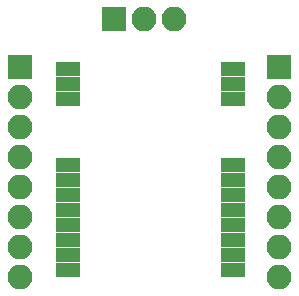
<source format=gts>
G04 #@! TF.GenerationSoftware,KiCad,Pcbnew,(5.0.0)*
G04 #@! TF.CreationDate,2023-02-17T10:20:36+09:00*
G04 #@! TF.ProjectId,EBYTE-E22-SMD,45425954452D4532322D534D442E6B69,rev?*
G04 #@! TF.SameCoordinates,Original*
G04 #@! TF.FileFunction,Soldermask,Top*
G04 #@! TF.FilePolarity,Negative*
%FSLAX46Y46*%
G04 Gerber Fmt 4.6, Leading zero omitted, Abs format (unit mm)*
G04 Created by KiCad (PCBNEW (5.0.0)) date 02/17/23 10:20:36*
%MOMM*%
%LPD*%
G01*
G04 APERTURE LIST*
%ADD10R,2.076400X1.212800*%
%ADD11O,2.100000X2.100000*%
%ADD12R,2.100000X2.100000*%
G04 APERTURE END LIST*
D10*
G04 #@! TO.C,U1*
X151130000Y-90170000D03*
X151130000Y-91440000D03*
X151130000Y-92710000D03*
X151130000Y-98298000D03*
X151130000Y-99568000D03*
X151130000Y-100838000D03*
X151130000Y-102108000D03*
X151130000Y-103378000D03*
X151130000Y-104648000D03*
X151130000Y-105918000D03*
X151130000Y-107188000D03*
X165100000Y-107188000D03*
X165100000Y-105918000D03*
X165100000Y-104648000D03*
X165100000Y-103378000D03*
X165100000Y-102108000D03*
X165100000Y-100838000D03*
X165100000Y-99568000D03*
X165100000Y-98298000D03*
X165100000Y-92710000D03*
X165100000Y-91440000D03*
X165100000Y-90170000D03*
G04 #@! TD*
D11*
G04 #@! TO.C,J1*
X169000000Y-107780000D03*
X169000000Y-105240000D03*
X169000000Y-102700000D03*
X169000000Y-100160000D03*
X169000000Y-97620000D03*
X169000000Y-95080000D03*
X169000000Y-92540000D03*
D12*
X169000000Y-90000000D03*
G04 #@! TD*
D11*
G04 #@! TO.C,J2*
X147000000Y-107780000D03*
X147000000Y-105240000D03*
X147000000Y-102700000D03*
X147000000Y-100160000D03*
X147000000Y-97620000D03*
X147000000Y-95080000D03*
X147000000Y-92540000D03*
D12*
X147000000Y-90000000D03*
G04 #@! TD*
D11*
G04 #@! TO.C,J3*
X160080000Y-86000000D03*
X157540000Y-86000000D03*
D12*
X155000000Y-86000000D03*
G04 #@! TD*
M02*

</source>
